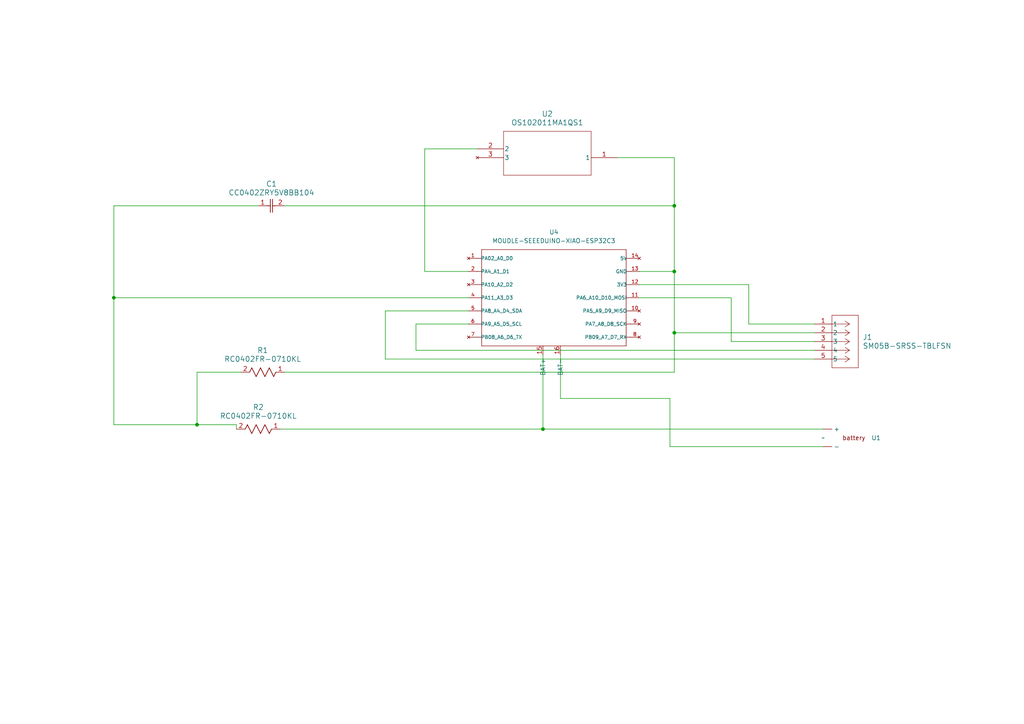
<source format=kicad_sch>
(kicad_sch (version 20230121) (generator eeschema)
  (paper "A4")
  (title_block (title "PCB-design"))
  (lib_symbols
    (symbol "2023-11-23_19-16-20:CC0402ZRY5V8BB104" (pin_names (offset 0.254))
      (property "Reference" "C1" (at 3.81 6.35 0))
      (property "Value" "CC0402ZRY5V8BB104" (at 3.81 3.81 0))
      (symbol "CC0402ZRY5V8BB104_1_1"
        (polyline (pts (xy 2.54 0) (xy 3.4798 0)) (stroke (width 0.2032)))
        (polyline (pts (xy 3.4798 -1.905) (xy 3.4798 1.905)) (stroke (width 0.2032)))
        (polyline (pts (xy 4.1148 -1.905) (xy 4.1148 1.905)) (stroke (width 0.2032)))
        (polyline (pts (xy 4.1148 0) (xy 5.08 0)) (stroke (width 0.2032)))
        (pin bidirectional line (at 0 0 0) (length 2.54) (name "") (number "1"))
        (pin bidirectional line (at 7.62 0 180) (length 2.54) (name "") (number "2"))
      )
      (symbol "CC0402ZRY5V8BB104_1_2"
        (polyline (pts (xy -1.905 -4.1148) (xy 1.905 -4.1148)) (stroke (width 0.2032)))
        (polyline (pts (xy -1.905 -3.4798) (xy 1.905 -3.4798)) (stroke (width 0.2032)))
        (polyline (pts (xy 0 -4.1148) (xy 0 -5.08)) (stroke (width 0.2032)))
        (polyline (pts (xy 0 -2.54) (xy 0 -3.4798)) (stroke (width 0.2032)))
        (pin unspecified line (at 0 0 270) (length 2.54) (name "") (number "1"))
        (pin unspecified line (at 0 -7.62 90) (length 2.54) (name "") (number "2"))
      )
    )
    (symbol "2023-11-23_19-25-58:RC0402FR-0710KL" (pin_names (offset 0.254))
      (property "Reference" "R" (at 5.715 3.81 0))
      (property "Value" "RC0402FR-0710KL" (at 6.35 -3.81 0))
      (symbol "RC0402FR-0710KL_1_1"
        (polyline (pts (xy 2.54 0) (xy 3.175 1.27)) (stroke (width 0.2032)))
        (polyline (pts (xy 3.175 1.27) (xy 4.445 -1.27)) (stroke (width 0.2032)))
        (polyline (pts (xy 4.445 -1.27) (xy 5.715 1.27)) (stroke (width 0.2032)))
        (polyline (pts (xy 5.715 1.27) (xy 6.985 -1.27)) (stroke (width 0.2032)))
        (polyline (pts (xy 6.985 -1.27) (xy 8.255 1.27)) (stroke (width 0.2032)))
        (polyline (pts (xy 8.255 1.27) (xy 9.525 -1.27)) (stroke (width 0.2032)))
        (polyline (pts (xy 9.525 -1.27) (xy 10.16 0)) (stroke (width 0.2032)))
        (pin unspecified line (at 12.7 0 180) (length 2.54) (name "") (number "1"))
        (pin unspecified line (at 0 0 0) (length 2.54) (name "") (number "2"))
      )
      (symbol "RC0402FR-0710KL_1_2"
        (polyline (pts (xy -1.27 3.175) (xy 1.27 4.445)) (stroke (width 0.2032)))
        (polyline (pts (xy -1.27 5.715) (xy 1.27 6.985)) (stroke (width 0.2032)))
        (polyline (pts (xy -1.27 8.255) (xy 1.27 9.525)) (stroke (width 0.2032)))
        (polyline (pts (xy 0 2.54) (xy -1.27 3.175)) (stroke (width 0.2032)))
        (polyline (pts (xy 1.27 4.445) (xy -1.27 5.715)) (stroke (width 0.2032)))
        (polyline (pts (xy 1.27 6.985) (xy -1.27 8.255)) (stroke (width 0.2032)))
        (polyline (pts (xy 1.27 9.525) (xy 0 10.16)) (stroke (width 0.2032)))
        (pin unspecified line (at 0 12.7 270) (length 2.54) (name "") (number "1"))
        (pin unspecified line (at 0 0 90) (length 2.54) (name "") (number "2"))
      )
    )
    (symbol "2023-11-23_19-58-11:OS102011MA1QS1" (pin_names (offset 0.254))
      (property "Reference" "U2" (at 20.32 -12.7 0))
      (property "Value" "OS102011MA1QS1" (at 20.32 -10.16 0))
      (symbol "OS102011MA1QS1_0_1"
        (polyline (pts (xy 7.62 -7.62) (xy 33.02 -7.62)) (stroke (width 0.127)))
        (polyline (pts (xy 7.62 5.08) (xy 7.62 -7.62)) (stroke (width 0.127)))
        (polyline (pts (xy 33.02 -7.62) (xy 33.02 5.08)) (stroke (width 0.127)))
        (polyline (pts (xy 33.02 5.08) (xy 7.62 5.08)) (stroke (width 0.127)))
      )
      (symbol "OS102011MA1QS1_1_1"
        (pin bidirectional line (at 0 0 0) (length 7.62) (name "1") (number "1"))
        (pin bidirectional line (at 40.64 -2.54 180) (length 7.62) (name "2") (number "2"))
        (pin no_connect line (at 40.64 0 180) (length 7.62) (name "3") (number "3"))
      )
    )
    (symbol "MOUDLE-SEEEDUINO-XIAO-ESP32C3-2:MOUDLE-SEEEDUINO-XIAO-ESP32C3" (pin_names (offset 1.016))
      (property "Reference" "U4" (at -0.635 19.05 0))
      (property "Value" "MOUDLE-SEEEDUINO-XIAO-ESP32C3" (at -0.635 16.51 0))
      (symbol "MOUDLE-SEEEDUINO-XIAO-ESP32C3_0_0"
        (polyline (pts (xy -21.59 -13.97) (xy -21.59 0)) (stroke (width 0.1524)))
        (polyline (pts (xy -21.59 -11.43) (xy -22.86 -11.43)) (stroke (width 0.1524)))
        (polyline (pts (xy -21.59 -7.62) (xy -22.86 -7.62)) (stroke (width 0.1524)))
        (polyline (pts (xy -21.59 -3.81) (xy -22.86 -3.81)) (stroke (width 0.1524)))
        (polyline (pts (xy -21.59 0) (xy -22.86 0)) (stroke (width 0.1524)))
        (polyline (pts (xy -21.59 0) (xy -21.59 3.81)) (stroke (width 0.1524)))
        (polyline (pts (xy -21.59 3.81) (xy -22.86 3.81)) (stroke (width 0.1524)))
        (polyline (pts (xy -21.59 3.81) (xy -21.59 7.62)) (stroke (width 0.1524)))
        (polyline (pts (xy -21.59 7.62) (xy -22.86 7.62)) (stroke (width 0.1524)))
        (polyline (pts (xy -21.59 7.62) (xy -21.59 11.43)) (stroke (width 0.1524)))
        (polyline (pts (xy -21.59 11.43) (xy -22.86 11.43)) (stroke (width 0.1524)))
        (polyline (pts (xy -21.59 11.43) (xy -21.59 13.97)) (stroke (width 0.1524)))
        (polyline (pts (xy -21.59 13.97) (xy 20.32 13.97)) (stroke (width 0.1524)))
        (polyline (pts (xy 20.32 -13.97) (xy -21.59 -13.97)) (stroke (width 0.1524)))
        (polyline (pts (xy 20.32 3.81) (xy 20.32 -13.97)) (stroke (width 0.1524)))
        (polyline (pts (xy 20.32 7.62) (xy 20.32 3.81)) (stroke (width 0.1524)))
        (polyline (pts (xy 20.32 11.43) (xy 20.32 7.62)) (stroke (width 0.1524)))
        (polyline (pts (xy 20.32 13.97) (xy 20.32 11.43)) (stroke (width 0.1524)))
        (polyline (pts (xy 21.59 -11.43) (xy 20.32 -11.43)) (stroke (width 0.1524)))
        (polyline (pts (xy 21.59 -7.62) (xy 20.32 -7.62)) (stroke (width 0.1524)))
        (polyline (pts (xy 21.59 -3.81) (xy 20.32 -3.81)) (stroke (width 0.1524)))
        (polyline (pts (xy 21.59 0) (xy 20.32 0)) (stroke (width 0.1524)))
        (polyline (pts (xy 21.59 3.81) (xy 20.32 3.81)) (stroke (width 0.1524)))
        (polyline (pts (xy 21.59 7.62) (xy 20.32 7.62)) (stroke (width 0.1524)))
        (polyline (pts (xy 21.59 11.43) (xy 20.32 11.43)) (stroke (width 0.1524)))
        (pin bidirectional line (at 24.13 0 180) (length 2.54) (name "PA6_A10_D10_MOSI") (number "11"))
        (pin bidirectional line (at 24.13 3.81 180) (length 2.54) (name "3V3") (number "12"))
        (pin bidirectional line (at 24.13 7.62 180) (length 2.54) (name "GND") (number "13"))
        (pin bidirectional line (at -25.4 0 0) (length 2.54) (name "PA11_A3_D3") (number "4"))
        (pin bidirectional line (at -25.4 -3.81 0) (length 2.54) (name "PA8_A4_D4_SDA") (number "5"))
        (pin bidirectional line (at -25.4 -7.62 0) (length 2.54) (name "PA9_A5_D5_SCL") (number "6"))
      )
      (symbol "MOUDLE-SEEEDUINO-XIAO-ESP32C3_1_0"
        (pin no_connect line (at -25.4 11.43 0) (length 2.54) (name "PA02_A0_D0") (number "1"))
        (pin no_connect line (at 24.13 -3.81 180) (length 2.54) (name "PA5_A9_D9_MISO") (number "10"))
        (pin no_connect line (at 24.13 11.43 180) (length 2.54) (name "5V") (number "14"))
        (pin bidirectional line (at -25.4 7.62 0) (length 2.54) (name "PA4_A1_D1") (number "2"))
        (pin no_connect line (at -25.4 3.81 0) (length 2.54) (name "PA10_A2_D2") (number "3"))
        (pin no_connect line (at -25.4 -11.43 0) (length 2.54) (name "PB08_A6_D6_TX") (number "7"))
        (pin no_connect line (at 24.13 -11.43 180) (length 2.54) (name "PB09_A7_D7_RX") (number "8"))
        (pin no_connect line (at 24.13 -7.62 180) (length 2.54) (name "PA7_A8_D8_SCK") (number "9"))
      )
      (symbol "MOUDLE-SEEEDUINO-XIAO-ESP32C3_1_1"
        (pin passive line (at -3.81 -13.97 270) (length 2.54) (name "BAT+") (number "15"))
        (pin passive line (at 1.27 -13.97 270) (length 2.54) (name "BAT-") (number "16"))
      )
    )
    (symbol "RC0402FR-0710KL_1" (pin_names (offset 0.254))
      (property "Reference" "R2" (at 6.35 6.35 0))
      (property "Value" "RC0402FR-0710KL" (at 6.35 3.81 0))
      (symbol "RC0402FR-0710KL_1_1_1"
        (polyline (pts (xy 2.54 0) (xy 3.175 1.27)) (stroke (width 0.2032)))
        (polyline (pts (xy 3.175 1.27) (xy 4.445 -1.27)) (stroke (width 0.2032)))
        (polyline (pts (xy 4.445 -1.27) (xy 5.715 1.27)) (stroke (width 0.2032)))
        (polyline (pts (xy 5.715 1.27) (xy 6.985 -1.27)) (stroke (width 0.2032)))
        (polyline (pts (xy 6.985 -1.27) (xy 8.255 1.27)) (stroke (width 0.2032)))
        (polyline (pts (xy 8.255 1.27) (xy 9.525 -1.27)) (stroke (width 0.2032)))
        (polyline (pts (xy 9.525 -1.27) (xy 10.16 0)) (stroke (width 0.2032)))
        (pin bidirectional line (at 12.7 0 180) (length 2.54) (name "") (number "1"))
        (pin bidirectional line (at 0 0 0) (length 2.54) (name "") (number "2"))
      )
      (symbol "RC0402FR-0710KL_1_1_2"
        (polyline (pts (xy -1.27 3.175) (xy 1.27 4.445)) (stroke (width 0.2032)))
        (polyline (pts (xy -1.27 5.715) (xy 1.27 6.985)) (stroke (width 0.2032)))
        (polyline (pts (xy -1.27 8.255) (xy 1.27 9.525)) (stroke (width 0.2032)))
        (polyline (pts (xy 0 2.54) (xy -1.27 3.175)) (stroke (width 0.2032)))
        (polyline (pts (xy 1.27 4.445) (xy -1.27 5.715)) (stroke (width 0.2032)))
        (polyline (pts (xy 1.27 6.985) (xy -1.27 8.255)) (stroke (width 0.2032)))
        (polyline (pts (xy 1.27 9.525) (xy 0 10.16)) (stroke (width 0.2032)))
        (pin unspecified line (at 0 12.7 270) (length 2.54) (name "") (number "1"))
        (pin unspecified line (at 0 0 90) (length 2.54) (name "") (number "2"))
      )
    )
    (symbol "SM05B-SRSS-TB-LF-SN-:SM05B-SRSS-TBLFSN" (pin_names (offset 0.254))
      (property "Reference" "J" (at 8.89 6.35 0))
      (property "Value" "SM05B-SRSS-TBLFSN" (at 0 0 0))
      (symbol "SM05B-SRSS-TBLFSN_1_1"
        (polyline (pts (xy 5.08 -12.7) (xy 12.7 -12.7)) (stroke (width 0.127)))
        (polyline (pts (xy 5.08 2.54) (xy 5.08 -12.7)) (stroke (width 0.127)))
        (polyline (pts (xy 10.16 -10.16) (xy 5.08 -10.16)) (stroke (width 0.127)))
        (polyline (pts (xy 10.16 -10.16) (xy 8.89 -11.0067)) (stroke (width 0.127)))
        (polyline (pts (xy 10.16 -10.16) (xy 8.89 -9.3133)) (stroke (width 0.127)))
        (polyline (pts (xy 10.16 -7.62) (xy 5.08 -7.62)) (stroke (width 0.127)))
        (polyline (pts (xy 10.16 -7.62) (xy 8.89 -8.4667)) (stroke (width 0.127)))
        (polyline (pts (xy 10.16 -7.62) (xy 8.89 -6.7733)) (stroke (width 0.127)))
        (polyline (pts (xy 10.16 -5.08) (xy 5.08 -5.08)) (stroke (width 0.127)))
        (polyline (pts (xy 10.16 -5.08) (xy 8.89 -5.9267)) (stroke (width 0.127)))
        (polyline (pts (xy 10.16 -5.08) (xy 8.89 -4.2333)) (stroke (width 0.127)))
        (polyline (pts (xy 10.16 -2.54) (xy 5.08 -2.54)) (stroke (width 0.127)))
        (polyline (pts (xy 10.16 -2.54) (xy 8.89 -3.3867)) (stroke (width 0.127)))
        (polyline (pts (xy 10.16 -2.54) (xy 8.89 -1.6933)) (stroke (width 0.127)))
        (polyline (pts (xy 10.16 0) (xy 5.08 0)) (stroke (width 0.127)))
        (polyline (pts (xy 10.16 0) (xy 8.89 -0.8467)) (stroke (width 0.127)))
        (polyline (pts (xy 10.16 0) (xy 8.89 0.8467)) (stroke (width 0.127)))
        (polyline (pts (xy 12.7 -12.7) (xy 12.7 2.54)) (stroke (width 0.127)))
        (polyline (pts (xy 12.7 2.54) (xy 5.08 2.54)) (stroke (width 0.127)))
        (pin unspecified line (at 0 0 0) (length 5.08) (name "1") (number "1"))
        (pin unspecified line (at 0 -2.54 0) (length 5.08) (name "2") (number "2"))
        (pin unspecified line (at 0 -5.08 0) (length 5.08) (name "3") (number "3"))
        (pin unspecified line (at 0 -7.62 0) (length 5.08) (name "4") (number "4"))
        (pin unspecified line (at 0 -10.16 0) (length 5.08) (name "5") (number "5"))
      )
      (symbol "SM05B-SRSS-TBLFSN_1_2"
        (polyline (pts (xy 5.08 -12.7) (xy 12.7 -12.7)) (stroke (width 0.127)))
        (polyline (pts (xy 5.08 2.54) (xy 5.08 -12.7)) (stroke (width 0.127)))
        (polyline (pts (xy 7.62 -10.16) (xy 5.08 -10.16)) (stroke (width 0.127)))
        (polyline (pts (xy 7.62 -10.16) (xy 8.89 -11.0067)) (stroke (width 0.127)))
        (polyline (pts (xy 7.62 -10.16) (xy 8.89 -9.3133)) (stroke (width 0.127)))
        (polyline (pts (xy 7.62 -7.62) (xy 5.08 -7.62)) (stroke (width 0.127)))
        (polyline (pts (xy 7.62 -7.62) (xy 8.89 -8.4667)) (stroke (width 0.127)))
        (polyline (pts (xy 7.62 -7.62) (xy 8.89 -6.7733)) (stroke (width 0.127)))
        (polyline (pts (xy 7.62 -5.08) (xy 5.08 -5.08)) (stroke (width 0.127)))
        (polyline (pts (xy 7.62 -5.08) (xy 8.89 -5.9267)) (stroke (width 0.127)))
        (polyline (pts (xy 7.62 -5.08) (xy 8.89 -4.2333)) (stroke (width 0.127)))
        (polyline (pts (xy 7.62 -2.54) (xy 5.08 -2.54)) (stroke (width 0.127)))
        (polyline (pts (xy 7.62 -2.54) (xy 8.89 -3.3867)) (stroke (width 0.127)))
        (polyline (pts (xy 7.62 -2.54) (xy 8.89 -1.6933)) (stroke (width 0.127)))
        (polyline (pts (xy 7.62 0) (xy 5.08 0)) (stroke (width 0.127)))
        (polyline (pts (xy 7.62 0) (xy 8.89 -0.8467)) (stroke (width 0.127)))
        (polyline (pts (xy 7.62 0) (xy 8.89 0.8467)) (stroke (width 0.127)))
        (polyline (pts (xy 12.7 -12.7) (xy 12.7 2.54)) (stroke (width 0.127)))
        (polyline (pts (xy 12.7 2.54) (xy 5.08 2.54)) (stroke (width 0.127)))
        (pin unspecified line (at 0 0 0) (length 5.08) (name "1") (number "1"))
        (pin unspecified line (at 0 -2.54 0) (length 5.08) (name "2") (number "2"))
        (pin unspecified line (at 0 -5.08 0) (length 5.08) (name "3") (number "3"))
        (pin unspecified line (at 0 -7.62 0) (length 5.08) (name "4") (number "4"))
        (pin unspecified line (at 0 -10.16 0) (length 5.08) (name "5") (number "5"))
      )
    )
    (symbol "my_custom_symbol_library:pcb-battery-connector"
      (property "Reference" "U1" (at 13.97 0 0))
      (property "Value" "~" (at 0 0 0))
      (symbol "pcb-battery-connector_1_1"
        (text "battery" (at 8.89 0 0) (effects (font (size 1.27 1.27))))
        (pin passive line (at 0 2.54 0) (length 2.54) (name "+") (number ""))
        (pin passive line (at 0 -2.54 0) (length 2.54) (name "-") (number ""))
      )
    )
  )
  (junction (at 57.15 123.19))
  (junction (at 195.58 59.69))
  (junction (at 195.58 78.74))
  (junction (at 157.48 124.46))
  (junction (at 33.02 86.36))
  (junction (at 195.58 96.52))
  (wire (pts (xy 236.22 93.98) (xy 217.17 93.98)))
  (wire (pts (xy 33.02 59.69) (xy 33.02 86.36)))
  (wire (pts (xy 185.42 78.74) (xy 195.58 78.74)))
  (wire (pts (xy 111.76 90.17) (xy 135.89 90.17)))
  (wire (pts (xy 81.28 124.46) (xy 157.48 124.46)))
  (wire (pts (xy 195.58 107.95) (xy 195.58 96.52)))
  (wire (pts (xy 179.07 45.72) (xy 195.58 45.72)))
  (wire (pts (xy 33.02 123.19) (xy 57.15 123.19)))
  (wire (pts (xy 195.58 59.69) (xy 195.58 78.74)))
  (wire (pts (xy 194.31 129.54) (xy 194.31 115.57)))
  (wire (pts (xy 157.48 124.46) (xy 238.76 124.46)))
  (wire (pts (xy 111.76 104.14) (xy 111.76 90.17)))
  (wire (pts (xy 57.15 107.95) (xy 69.85 107.95)))
  (wire (pts (xy 157.48 102.87) (xy 157.48 124.46)))
  (wire (pts (xy 162.56 115.57) (xy 194.31 115.57)))
  (wire (pts (xy 57.15 107.95) (xy 57.15 123.19)))
  (wire (pts (xy 33.02 59.69) (xy 74.93 59.69)))
  (wire (pts (xy 123.19 78.74) (xy 135.89 78.74)))
  (wire (pts (xy 57.15 123.19) (xy 68.58 123.19)))
  (wire (pts (xy 120.65 101.6) (xy 120.65 93.98)))
  (wire (pts (xy 195.58 45.72) (xy 195.58 59.69)))
  (wire (pts (xy 236.22 104.14) (xy 111.76 104.14)))
  (wire (pts (xy 123.19 43.18) (xy 123.19 78.74)))
  (wire (pts (xy 33.02 86.36) (xy 33.02 123.19)))
  (wire (pts (xy 212.09 99.06) (xy 212.09 86.36)))
  (wire (pts (xy 217.17 93.98) (xy 217.17 82.55)))
  (wire (pts (xy 82.55 107.95) (xy 195.58 107.95)))
  (wire (pts (xy 135.89 86.36) (xy 33.02 86.36)))
  (wire (pts (xy 82.55 59.69) (xy 195.58 59.69)))
  (wire (pts (xy 236.22 99.06) (xy 212.09 99.06)))
  (wire (pts (xy 138.43 43.18) (xy 123.19 43.18)))
  (wire (pts (xy 185.42 86.36) (xy 212.09 86.36)))
  (wire (pts (xy 195.58 96.52) (xy 236.22 96.52)))
  (wire (pts (xy 195.58 96.52) (xy 195.58 78.74)))
  (wire (pts (xy 217.17 82.55) (xy 185.42 82.55)))
  (wire (pts (xy 238.76 129.54) (xy 194.31 129.54)))
  (wire (pts (xy 236.22 101.6) (xy 120.65 101.6)))
  (wire (pts (xy 120.65 93.98) (xy 135.89 93.98)))
  (wire (pts (xy 162.56 102.87) (xy 162.56 115.57)))
  (wire (pts (xy 68.58 123.19) (xy 68.58 124.46)))
  (symbol (lib_id "MOUDLE-SEEEDUINO-XIAO-ESP32C3-2:MOUDLE-SEEEDUINO-XIAO-ESP32C3") (at 161.29 86.36 0) (unit 1)
    (property "Reference" "U4" (at 160.655 67.31 0))
    (property "Value" "MOUDLE-SEEEDUINO-XIAO-ESP32C3" (at 160.655 69.85 0))
    (property "Footprint" "MOUDLE-SEEEDUINO-XIAO-ESP32C3-2:MOUDLE14P-SMD-2.54-21X17.8MM" (effects hide))
  )
  (symbol (lib_name "RC0402FR-0710KL_1") (lib_id "2023-11-23_19-25-58:RC0402FR-0710KL") (at 68.58 124.46 0) (unit 1)
    (property "Reference" "R2" (at 74.93 118.11 0) (effects (font (size 1.524 1.524))))
    (property "Value" "RC0402FR-0710KL" (at 74.93 120.65 0) (effects (font (size 1.524 1.524))))
    (property "Footprint" "RC0402FR-0710KL:RC0402N_YAG" (effects hide))
    (property "Datasheet" "RC0402FR-0710KL" (effects hide))
  )
  (symbol (lib_id "my_custom_symbol_library:pcb-battery-connector") (at 238.76 127 0) (unit 1)
    (property "Reference" "U1" (at 252.73 127 0) (effects (justify left)))
    (property "Value" "~" (at 238.76 127 0))
    (property "Footprint" "my_custom_footprint_library:battery-xiao-esp32c3" (effects hide))
  )
  (symbol (lib_id "2023-11-23_19-16-20:CC0402ZRY5V8BB104") (at 74.93 59.69 0) (unit 1)
    (property "Reference" "C1" (at 78.74 53.34 0) (effects (font (size 1.524 1.524))))
    (property "Value" "CC0402ZRY5V8BB104" (at 78.74 55.88 0) (effects (font (size 1.524 1.524))))
    (property "Footprint" "CC0402ZRY5V8BB104:YAG_CC0402_YAG" (effects hide))
    (property "Datasheet" "CC0402ZRY5V8BB104" (effects hide))
  )
  (symbol (lib_id "SM05B-SRSS-TB-LF-SN-:SM05B-SRSS-TBLFSN") (at 236.22 93.98 0) (unit 1)
    (property "Reference" "J1" (at 250.19 97.79 0) (effects (font (size 1.524 1.524)) (justify left)))
    (property "Value" "SM05B-SRSS-TBLFSN" (at 250.19 100.33 0) (effects (font (size 1.524 1.524)) (justify left)))
    (property "Footprint" "CONN5_SM05B-SRSS_JST:CONN5_SM05B-SRSS_JST" (effects hide))
    (property "Datasheet" "SM05B-SRSS-TBLFSN" (effects hide))
  )
  (symbol (lib_id "2023-11-23_19-58-11:OS102011MA1QS1") (at 179.07 45.72 180) (unit 1)
    (property "Reference" "U2" (at 158.75 33.02 0) (effects (font (size 1.524 1.524))))
    (property "Value" "OS102011MA1QS1" (at 158.75 35.56 0) (effects (font (size 1.524 1.524))))
    (property "Footprint" "OS102011MA1QS1:SWITCH_11MA1QS1" (effects hide))
    (property "Datasheet" "OS102011MA1QS1" (effects hide))
  )
  (symbol (lib_id "2023-11-23_19-25-58:RC0402FR-0710KL") (at 69.85 107.95 0) (unit 1)
    (property "Reference" "R1" (at 76.2 101.6 0) (effects (font (size 1.524 1.524))))
    (property "Value" "RC0402FR-0710KL" (at 76.2 104.14 0) (effects (font (size 1.524 1.524))))
    (property "Footprint" "RC0402FR-0710KL:RC0402N_YAG" (effects hide))
    (property "Datasheet" "RC0402FR-0710KL" (effects hide))
  )
)
</source>
